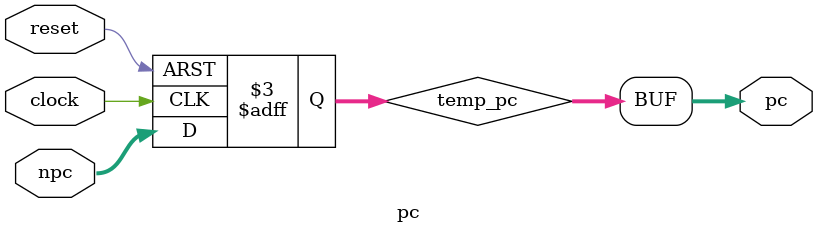
<source format=v>
module pc(pc, clock, reset, npc);

    output [31:0] pc;
    input clock;
    input reset;
    input [31:0] npc;

    reg [31:0] temp_pc;
    always @(posedge clock or negedge reset) 
    begin
        if (reset == 0)
            temp_pc <= 32'h00003000;
        else
            temp_pc <= npc;
    end
    assign pc = temp_pc;
endmodule
</source>
